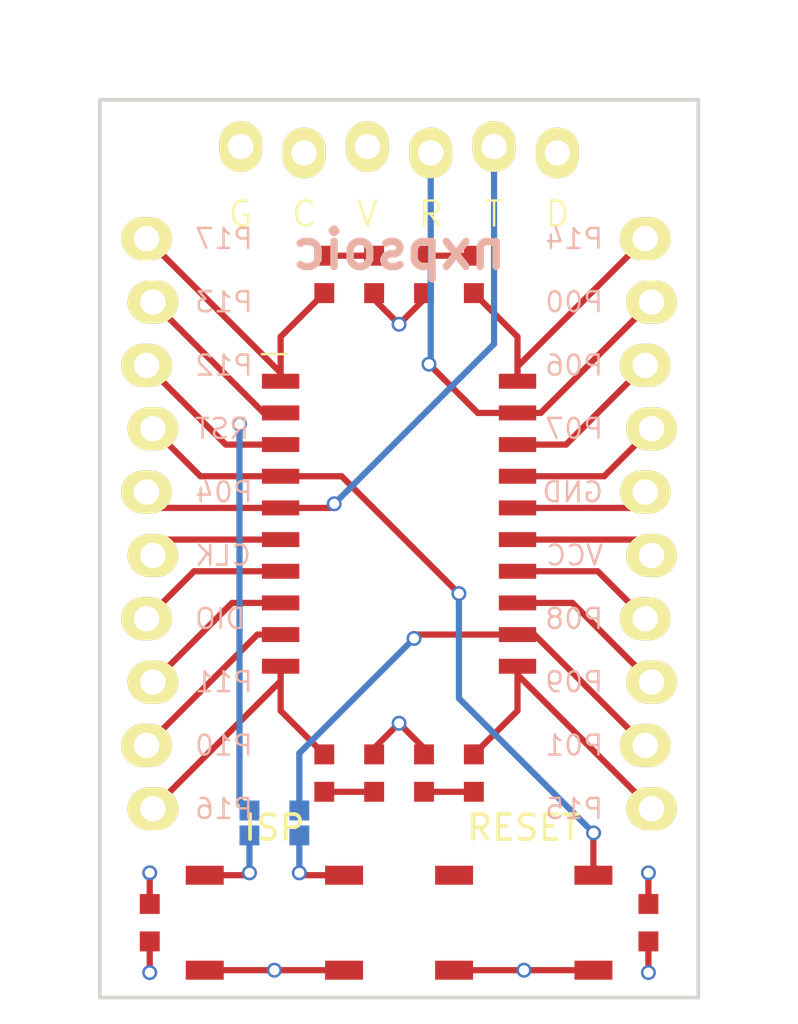
<source format=kicad_pcb>
(kicad_pcb (version 4) (host pcbnew 4.0.7-e2-6376~61~ubuntu18.04.1)

  (general
    (links 49)
    (no_connects 0)
    (area 125.794999 52.794999 158.205001 94.885)
    (thickness 1.6)
    (drawings 31)
    (tracks 114)
    (zones 0)
    (modules 18)
    (nets 27)
  )

  (page A4)
  (layers
    (0 F.Cu signal)
    (1 GND power hide)
    (2 VCC power hide)
    (31 B.Cu signal)
    (32 B.Adhes user)
    (33 F.Adhes user)
    (34 B.Paste user)
    (35 F.Paste user)
    (36 B.SilkS user)
    (37 F.SilkS user)
    (38 B.Mask user)
    (39 F.Mask user)
    (40 Dwgs.User user)
    (41 Cmts.User user)
    (42 Eco1.User user)
    (43 Eco2.User user)
    (44 Edge.Cuts user)
    (45 Margin user)
    (46 B.CrtYd user)
    (47 F.CrtYd user)
    (48 B.Fab user)
    (49 F.Fab user)
  )

  (setup
    (last_trace_width 0.25)
    (trace_clearance 0.2)
    (zone_clearance 0.508)
    (zone_45_only no)
    (trace_min 0.2)
    (segment_width 0.2)
    (edge_width 0.15)
    (via_size 0.6)
    (via_drill 0.4)
    (via_min_size 0.4)
    (via_min_drill 0.3)
    (uvia_size 0.3)
    (uvia_drill 0.1)
    (uvias_allowed no)
    (uvia_min_size 0.2)
    (uvia_min_drill 0.1)
    (pcb_text_width 0.3)
    (pcb_text_size 1.5 1.5)
    (mod_edge_width 0.15)
    (mod_text_size 1 1)
    (mod_text_width 0.15)
    (pad_size 2.032 1.7272)
    (pad_drill 1.016)
    (pad_to_mask_clearance 0.2)
    (aux_axis_origin 0 0)
    (visible_elements FFFFFF7F)
    (pcbplotparams
      (layerselection 0x00030_80000001)
      (usegerberextensions false)
      (excludeedgelayer true)
      (linewidth 0.150000)
      (plotframeref false)
      (viasonmask false)
      (mode 1)
      (useauxorigin false)
      (hpglpennumber 1)
      (hpglpenspeed 20)
      (hpglpendiameter 15)
      (hpglpenoverlay 2)
      (psnegative false)
      (psa4output false)
      (plotreference true)
      (plotvalue true)
      (plotinvisibletext false)
      (padsonsilk false)
      (subtractmaskfromsilk false)
      (outputformat 1)
      (mirror false)
      (drillshape 1)
      (scaleselection 1)
      (outputdirectory ""))
  )

  (net 0 "")
  (net 1 gnd)
  (net 2 vcc)
  (net 3 rx)
  (net 4 tx)
  (net 5 p01)
  (net 6 p06)
  (net 7 p07)
  (net 8 p08)
  (net 9 p09)
  (net 10 p10)
  (net 11 p11)
  (net 12 p12)
  (net 13 p13)
  (net 14 p14)
  (net 15 p15)
  (net 16 p16)
  (net 17 p17)
  (net 18 rst)
  (net 19 clk)
  (net 20 dio)
  (net 21 p16x)
  (net 22 p15x)
  (net 23 p17x)
  (net 24 p14x)
  (net 25 p12x)
  (net 26 p01x)

  (net_class Default "This is the default net class."
    (clearance 0.2)
    (trace_width 0.25)
    (via_dia 0.6)
    (via_drill 0.4)
    (uvia_dia 0.3)
    (uvia_drill 0.1)
    (add_net clk)
    (add_net dio)
    (add_net gnd)
    (add_net p01)
    (add_net p01x)
    (add_net p06)
    (add_net p07)
    (add_net p08)
    (add_net p09)
    (add_net p10)
    (add_net p11)
    (add_net p12)
    (add_net p12x)
    (add_net p13)
    (add_net p14)
    (add_net p14x)
    (add_net p15)
    (add_net p15x)
    (add_net p16)
    (add_net p16x)
    (add_net p17)
    (add_net p17x)
    (add_net rst)
    (add_net rx)
    (add_net tx)
    (add_net vcc)
  )

  (module my_modules:nxp-soic20 (layer F.Cu) (tedit 5F1E5D8C) (tstamp 5F1E73C9)
    (at 142 74)
    (descr soic20)
    (tags soic20)
    (attr smd)
    (fp_text reference soic20 (at 0 0 90) (layer F.Fab)
      (effects (font (size 0.8 0.8) (thickness 0.1)))
    )
    (fp_text value "" (at 0 0) (layer F.Fab)
      (effects (font (size 0.5 0.5) (thickness 0.01)))
    )
    (fp_line (start -5.5 -6.8) (end -4.5 -6.8) (layer F.SilkS) (width 0.1))
    (fp_line (start -5.7 -6.7) (end -5.7 6.7) (layer F.CrtYd) (width 0.05))
    (fp_line (start 5.7 -6.7) (end 5.7 6.7) (layer F.CrtYd) (width 0.05))
    (fp_line (start -5.7 -6.7) (end 5.7 -6.7) (layer F.CrtYd) (width 0.05))
    (fp_line (start -5.7 6.7) (end 5.7 6.7) (layer F.CrtYd) (width 0.05))
    (fp_line (start -5.7 0) (end 5.7 0) (layer F.CrtYd) (width 0.01))
    (fp_line (start 0 -6.7) (end 0 6.7) (layer F.CrtYd) (width 0.01))
    (pad P17 smd rect (at -4.75 -5.715) (size 1.5 0.6) (layers F.Cu F.Paste F.Mask)
      (net 17 p17))
    (pad P13 smd rect (at -4.75 -4.445) (size 1.5 0.6) (layers F.Cu F.Paste F.Mask)
      (net 13 p13))
    (pad P12 smd rect (at -4.75 -3.175) (size 1.5 0.6) (layers F.Cu F.Paste F.Mask)
      (net 12 p12))
    (pad RST smd rect (at -4.75 -1.905) (size 1.5 0.6) (layers F.Cu F.Paste F.Mask)
      (net 18 rst))
    (pad P04 smd rect (at -4.75 -0.635) (size 1.5 0.6) (layers F.Cu F.Paste F.Mask)
      (net 4 tx))
    (pad CLK smd rect (at -4.75 0.635) (size 1.5 0.6) (layers F.Cu F.Paste F.Mask)
      (net 19 clk))
    (pad DIO smd rect (at -4.75 1.905) (size 1.5 0.6) (layers F.Cu F.Paste F.Mask)
      (net 20 dio))
    (pad P11 smd rect (at -4.75 3.175) (size 1.5 0.6) (layers F.Cu F.Paste F.Mask)
      (net 11 p11))
    (pad P10 smd rect (at -4.75 4.445) (size 1.5 0.6) (layers F.Cu F.Paste F.Mask)
      (net 10 p10))
    (pad P16 smd rect (at -4.75 5.715) (size 1.5 0.6) (layers F.Cu F.Paste F.Mask)
      (net 16 p16))
    (pad P14 smd rect (at 4.75 -5.715) (size 1.5 0.6) (layers F.Cu F.Paste F.Mask)
      (net 14 p14))
    (pad P00 smd rect (at 4.75 -4.445) (size 1.5 0.6) (layers F.Cu F.Paste F.Mask)
      (net 3 rx))
    (pad P06 smd rect (at 4.75 -3.175) (size 1.5 0.6) (layers F.Cu F.Paste F.Mask)
      (net 6 p06))
    (pad P07 smd rect (at 4.75 -1.905) (size 1.5 0.6) (layers F.Cu F.Paste F.Mask)
      (net 7 p07))
    (pad GND smd rect (at 4.75 -0.635) (size 1.5 0.6) (layers F.Cu F.Paste F.Mask)
      (net 1 gnd))
    (pad VCC smd rect (at 4.75 0.635) (size 1.5 0.6) (layers F.Cu F.Paste F.Mask)
      (net 2 vcc))
    (pad P08 smd rect (at 4.75 1.905) (size 1.5 0.6) (layers F.Cu F.Paste F.Mask)
      (net 8 p08))
    (pad P09 smd rect (at 4.75 3.175) (size 1.5 0.6) (layers F.Cu F.Paste F.Mask)
      (net 9 p09))
    (pad P01 smd rect (at 4.75 4.445) (size 1.5 0.6) (layers F.Cu F.Paste F.Mask)
      (net 5 p01))
    (pad P15 smd rect (at 4.75 5.715) (size 1.5 0.6) (layers F.Cu F.Paste F.Mask)
      (net 15 p15))
  )

  (module my_modules:header1x6wiggle (layer F.Cu) (tedit 5F1E6827) (tstamp 5F1E7E1E)
    (at 142 59 90)
    (descr "Through hole pin header")
    (tags "pin header")
    (fp_text reference "" (at 0 -2.4 90) (layer F.SilkS)
      (effects (font (size 0.5 0.5) (thickness 0.01)))
    )
    (fp_text value "" (at 0 -3.1 90) (layer F.Fab)
      (effects (font (size 0.5 0.5) (thickness 0.01)))
    )
    (fp_line (start -1.75 -8.1) (end -1.75 8.1) (layer F.CrtYd) (width 0.05))
    (fp_line (start 1.75 -8.1) (end 1.75 8.1) (layer F.CrtYd) (width 0.05))
    (fp_line (start -1.75 -8.1) (end 1.75 -8.1) (layer F.CrtYd) (width 0.05))
    (fp_line (start -1.75 8.1) (end 1.75 8.1) (layer F.CrtYd) (width 0.05))
    (fp_line (start -6 -6.35) (end 6 -6.35) (layer F.CrtYd) (width 0.01))
    (fp_line (start -6 0) (end 6 0) (layer F.CrtYd) (width 0.01))
    (fp_line (start -6 6.35) (end 6 6.35) (layer F.CrtYd) (width 0.01))
    (pad GND thru_hole oval (at 0.127 -6.35 90) (size 2.032 1.7272) (drill 1.016) (layers *.Cu *.Mask F.SilkS)
      (net 1 gnd))
    (pad CTS thru_hole oval (at -0.127 -3.81 90) (size 2.032 1.7272) (drill 1.016) (layers *.Cu *.Mask F.SilkS))
    (pad VCC thru_hole oval (at 0.127 -1.27 90) (size 2.032 1.7272) (drill 1.016) (layers *.Cu *.Mask F.SilkS)
      (net 2 vcc))
    (pad TX thru_hole oval (at -0.127 1.27 90) (size 2.032 1.7272) (drill 1.016) (layers *.Cu *.Mask F.SilkS)
      (net 3 rx))
    (pad RX thru_hole oval (at 0.127 3.81 90) (size 2.032 1.7272) (drill 1.016) (layers *.Cu *.Mask F.SilkS)
      (net 4 tx))
    (pad DTR thru_hole oval (at -0.127 6.35 90) (size 2.032 1.7272) (drill 1.016) (layers *.Cu *.Mask F.SilkS))
  )

  (module my_modules:header1x10wiggle (layer F.Cu) (tedit 5F1E5DB7) (tstamp 5F1E8870)
    (at 152 74)
    (descr "Through hole pin header")
    (tags "pin header")
    (fp_text reference "" (at 0 -2.4) (layer F.SilkS)
      (effects (font (size 0.5 0.5) (thickness 0.01)))
    )
    (fp_text value "" (at 0 -3.1) (layer F.Fab)
      (effects (font (size 0.5 0.5) (thickness 0.01)))
    )
    (fp_line (start -1.75 -13.18) (end -1.75 13.18) (layer F.CrtYd) (width 0.05))
    (fp_line (start 1.75 -13.18) (end 1.75 13.18) (layer F.CrtYd) (width 0.05))
    (fp_line (start -1.75 -13.18) (end 1.75 -13.18) (layer F.CrtYd) (width 0.05))
    (fp_line (start -1.75 13.18) (end 1.75 13.18) (layer F.CrtYd) (width 0.05))
    (fp_line (start -6 -11.43) (end 6 -11.43) (layer F.CrtYd) (width 0.01))
    (fp_line (start -6 0) (end 6 0) (layer F.CrtYd) (width 0.01))
    (fp_line (start -6 11.43) (end 6 11.43) (layer F.CrtYd) (width 0.01))
    (pad P14 thru_hole oval (at -0.127 -11.43) (size 2.032 1.7272) (drill 1.016) (layers *.Cu *.Mask F.SilkS)
      (net 14 p14))
    (pad P00 thru_hole oval (at 0.127 -8.89) (size 2.032 1.7272) (drill 1.016) (layers *.Cu *.Mask F.SilkS)
      (net 3 rx))
    (pad P06 thru_hole oval (at -0.127 -6.35) (size 2.032 1.7272) (drill 1.016) (layers *.Cu *.Mask F.SilkS)
      (net 6 p06))
    (pad P07 thru_hole oval (at 0.127 -3.81) (size 2.032 1.7272) (drill 1.016) (layers *.Cu *.Mask F.SilkS)
      (net 7 p07))
    (pad GND thru_hole oval (at -0.127 -1.27) (size 2.032 1.7272) (drill 1.016) (layers *.Cu *.Mask F.SilkS)
      (net 1 gnd))
    (pad VCC thru_hole oval (at 0.127 1.27) (size 2.032 1.7272) (drill 1.016) (layers *.Cu *.Mask F.SilkS)
      (net 2 vcc))
    (pad P08 thru_hole oval (at -0.127 3.81) (size 2.032 1.7272) (drill 1.016) (layers *.Cu *.Mask F.SilkS)
      (net 8 p08))
    (pad P09 thru_hole oval (at 0.127 6.35) (size 2.032 1.7272) (drill 1.016) (layers *.Cu *.Mask F.SilkS)
      (net 9 p09))
    (pad P01 thru_hole oval (at -0.127 8.89) (size 2.032 1.7272) (drill 1.016) (layers *.Cu *.Mask F.SilkS)
      (net 5 p01))
    (pad P15 thru_hole oval (at 0.127 11.43) (size 2.032 1.7272) (drill 1.016) (layers *.Cu *.Mask F.SilkS)
      (net 15 p15))
  )

  (module my_modules:header1x10wiggle (layer F.Cu) (tedit 5F1E5DF4) (tstamp 5F1E8899)
    (at 132 74)
    (descr "Through hole pin header")
    (tags "pin header")
    (fp_text reference "" (at 0 -2.4) (layer F.SilkS)
      (effects (font (size 0.5 0.5) (thickness 0.01)))
    )
    (fp_text value "" (at 0 -3.1) (layer F.Fab)
      (effects (font (size 0.5 0.5) (thickness 0.01)))
    )
    (fp_line (start -1.75 -13.18) (end -1.75 13.18) (layer F.CrtYd) (width 0.05))
    (fp_line (start 1.75 -13.18) (end 1.75 13.18) (layer F.CrtYd) (width 0.05))
    (fp_line (start -1.75 -13.18) (end 1.75 -13.18) (layer F.CrtYd) (width 0.05))
    (fp_line (start -1.75 13.18) (end 1.75 13.18) (layer F.CrtYd) (width 0.05))
    (fp_line (start -6 -11.43) (end 6 -11.43) (layer F.CrtYd) (width 0.01))
    (fp_line (start -6 0) (end 6 0) (layer F.CrtYd) (width 0.01))
    (fp_line (start -6 11.43) (end 6 11.43) (layer F.CrtYd) (width 0.01))
    (pad P17 thru_hole oval (at -0.127 -11.43) (size 2.032 1.7272) (drill 1.016) (layers *.Cu *.Mask F.SilkS)
      (net 17 p17))
    (pad P13 thru_hole oval (at 0.127 -8.89) (size 2.032 1.7272) (drill 1.016) (layers *.Cu *.Mask F.SilkS)
      (net 13 p13))
    (pad P12 thru_hole oval (at -0.127 -6.35) (size 2.032 1.7272) (drill 1.016) (layers *.Cu *.Mask F.SilkS)
      (net 12 p12))
    (pad RST thru_hole oval (at 0.127 -3.81) (size 2.032 1.7272) (drill 1.016) (layers *.Cu *.Mask F.SilkS)
      (net 18 rst))
    (pad P04 thru_hole oval (at -0.127 -1.27) (size 2.032 1.7272) (drill 1.016) (layers *.Cu *.Mask F.SilkS)
      (net 4 tx))
    (pad CLK thru_hole oval (at 0.127 1.27) (size 2.032 1.7272) (drill 1.016) (layers *.Cu *.Mask F.SilkS)
      (net 19 clk))
    (pad DIO thru_hole oval (at -0.127 3.81) (size 2.032 1.7272) (drill 1.016) (layers *.Cu *.Mask F.SilkS)
      (net 20 dio))
    (pad P11 thru_hole oval (at 0.127 6.35) (size 2.032 1.7272) (drill 1.016) (layers *.Cu *.Mask F.SilkS)
      (net 11 p11))
    (pad P10 thru_hole oval (at -0.127 8.89) (size 2.032 1.7272) (drill 1.016) (layers *.Cu *.Mask F.SilkS)
      (net 10 p10))
    (pad P16 thru_hole oval (at 0.127 11.43) (size 2.032 1.7272) (drill 1.016) (layers *.Cu *.Mask F.SilkS)
      (net 16 p16))
  )

  (module my_modules:BUTTON4_SMD (layer F.Cu) (tedit 5F1E63CC) (tstamp 5F1E92E0)
    (at 147 90)
    (descr button4_smd)
    (tags "SPST button tactile switch")
    (fp_text reference RESET (at 0 -3.81) (layer F.SilkS)
      (effects (font (size 1 1) (thickness 0.15)))
    )
    (fp_text value "" (at 0 3.81) (layer F.Fab)
      (effects (font (size 1 1) (thickness 0.15)))
    )
    (fp_line (start -1.54 -2.54) (end -2.54 -1.54) (layer F.Fab) (width 0.2032))
    (fp_line (start -2.54 -1.24) (end -2.54 1.27) (layer F.Fab) (width 0.2032))
    (fp_line (start -2.54 1.54) (end -1.54 2.54) (layer F.Fab) (width 0.2032))
    (fp_line (start -1.54 2.54) (end 1.54 2.54) (layer F.Fab) (width 0.2032))
    (fp_line (start 1.54 2.54) (end 2.54 1.54) (layer F.Fab) (width 0.2032))
    (fp_line (start 2.54 1.24) (end 2.54 -1.24) (layer F.Fab) (width 0.2032))
    (fp_line (start 2.54 -1.54) (end 1.54 -2.54) (layer F.Fab) (width 0.2032))
    (fp_line (start 1.54 -2.54) (end -1.54 -2.54) (layer F.Fab) (width 0.2032))
    (fp_line (start 1.905 1.27) (end 1.905 0.445) (layer F.Fab) (width 0.127))
    (fp_line (start 1.905 0.445) (end 2.16 -0.01) (layer F.Fab) (width 0.127))
    (fp_line (start 1.905 -0.23) (end 1.905 -1.115) (layer F.Fab) (width 0.127))
    (fp_circle (center 0 0) (end 0 1.27) (layer F.Fab) (width 0.2032))
    (pad 1 smd rect (at -2.794 1.905) (size 1.524 0.762) (layers F.Cu F.Paste F.Mask)
      (net 1 gnd))
    (pad 2 smd rect (at 2.794 1.905) (size 1.524 0.762) (layers F.Cu F.Paste F.Mask)
      (net 1 gnd))
    (pad 3 smd rect (at -2.794 -1.905) (size 1.524 0.762) (layers F.Cu F.Paste F.Mask))
    (pad 4 smd rect (at 2.794 -1.905) (size 1.524 0.762) (layers F.Cu F.Paste F.Mask)
      (net 18 rst))
  )

  (module my_modules:BUTTON4_SMD (layer F.Cu) (tedit 5F1E63C3) (tstamp 5F1E9307)
    (at 137 90)
    (descr button4_smd)
    (tags "SPST button tactile switch")
    (fp_text reference ISP (at 0 -3.81) (layer F.SilkS)
      (effects (font (size 1 1) (thickness 0.15)))
    )
    (fp_text value "" (at 0 3.81) (layer F.Fab)
      (effects (font (size 1 1) (thickness 0.15)))
    )
    (fp_line (start -1.54 -2.54) (end -2.54 -1.54) (layer F.Fab) (width 0.2032))
    (fp_line (start -2.54 -1.24) (end -2.54 1.27) (layer F.Fab) (width 0.2032))
    (fp_line (start -2.54 1.54) (end -1.54 2.54) (layer F.Fab) (width 0.2032))
    (fp_line (start -1.54 2.54) (end 1.54 2.54) (layer F.Fab) (width 0.2032))
    (fp_line (start 1.54 2.54) (end 2.54 1.54) (layer F.Fab) (width 0.2032))
    (fp_line (start 2.54 1.24) (end 2.54 -1.24) (layer F.Fab) (width 0.2032))
    (fp_line (start 2.54 -1.54) (end 1.54 -2.54) (layer F.Fab) (width 0.2032))
    (fp_line (start 1.54 -2.54) (end -1.54 -2.54) (layer F.Fab) (width 0.2032))
    (fp_line (start 1.905 1.27) (end 1.905 0.445) (layer F.Fab) (width 0.127))
    (fp_line (start 1.905 0.445) (end 2.16 -0.01) (layer F.Fab) (width 0.127))
    (fp_line (start 1.905 -0.23) (end 1.905 -1.115) (layer F.Fab) (width 0.127))
    (fp_circle (center 0 0) (end 0 1.27) (layer F.Fab) (width 0.2032))
    (pad 1 smd rect (at -2.794 1.905) (size 1.524 0.762) (layers F.Cu F.Paste F.Mask)
      (net 1 gnd))
    (pad 2 smd rect (at 2.794 1.905) (size 1.524 0.762) (layers F.Cu F.Paste F.Mask)
      (net 1 gnd))
    (pad 3 smd rect (at -2.794 -1.905) (size 1.524 0.762) (layers F.Cu F.Paste F.Mask)
      (net 25 p12x))
    (pad 4 smd rect (at 2.794 -1.905) (size 1.524 0.762) (layers F.Cu F.Paste F.Mask)
      (net 26 p01x))
  )

  (module my_modules:R_0603 (layer F.Cu) (tedit 5F1E628F) (tstamp 5F1E6B79)
    (at 143 84 90)
    (descr R0603)
    (tags "resistor 0603")
    (attr smd)
    (fp_text reference R (at 0 0 90) (layer F.Fab)
      (effects (font (size 0.5 0.5) (thickness 0.1)))
    )
    (fp_text value "" (at 0 0 90) (layer F.Fab)
      (effects (font (size 0.5 0.5) (thickness 0.01)))
    )
    (fp_line (start -1.2 -0.45) (end 1.2 -0.45) (layer F.CrtYd) (width 0.01))
    (fp_line (start -1.2 0.45) (end 1.2 0.45) (layer F.CrtYd) (width 0.01))
    (fp_line (start -1.2 -0.45) (end -1.2 0.45) (layer F.CrtYd) (width 0.01))
    (fp_line (start 1.2 -0.45) (end 1.2 0.45) (layer F.CrtYd) (width 0.01))
    (pad 1 smd rect (at -0.75 0 90) (size 0.8 0.8) (layers F.Cu F.Paste F.Mask)
      (net 22 p15x))
    (pad 2 smd rect (at 0.75 0 90) (size 0.8 0.8) (layers F.Cu F.Paste F.Mask)
      (net 1 gnd))
  )

  (module my_modules:R_0603 (layer F.Cu) (tedit 5F1E628B) (tstamp 5F1E6B8C)
    (at 145 84 90)
    (descr R0603)
    (tags "resistor 0603")
    (attr smd)
    (fp_text reference R (at 0 0 90) (layer F.Fab)
      (effects (font (size 0.5 0.5) (thickness 0.1)))
    )
    (fp_text value "" (at 0 0 90) (layer F.Fab)
      (effects (font (size 0.5 0.5) (thickness 0.01)))
    )
    (fp_line (start -1.2 -0.45) (end 1.2 -0.45) (layer F.CrtYd) (width 0.01))
    (fp_line (start -1.2 0.45) (end 1.2 0.45) (layer F.CrtYd) (width 0.01))
    (fp_line (start -1.2 -0.45) (end -1.2 0.45) (layer F.CrtYd) (width 0.01))
    (fp_line (start 1.2 -0.45) (end 1.2 0.45) (layer F.CrtYd) (width 0.01))
    (pad 1 smd rect (at -0.75 0 90) (size 0.8 0.8) (layers F.Cu F.Paste F.Mask)
      (net 22 p15x))
    (pad 2 smd rect (at 0.75 0 90) (size 0.8 0.8) (layers F.Cu F.Paste F.Mask)
      (net 15 p15))
  )

  (module my_modules:R_0603 (layer F.Cu) (tedit 5F1E629A) (tstamp 5F1E6B9F)
    (at 141 84 90)
    (descr R0603)
    (tags "resistor 0603")
    (attr smd)
    (fp_text reference R (at 0 0 90) (layer F.Fab)
      (effects (font (size 0.5 0.5) (thickness 0.1)))
    )
    (fp_text value "" (at 0 0 90) (layer F.Fab)
      (effects (font (size 0.5 0.5) (thickness 0.01)))
    )
    (fp_line (start -1.2 -0.45) (end 1.2 -0.45) (layer F.CrtYd) (width 0.01))
    (fp_line (start -1.2 0.45) (end 1.2 0.45) (layer F.CrtYd) (width 0.01))
    (fp_line (start -1.2 -0.45) (end -1.2 0.45) (layer F.CrtYd) (width 0.01))
    (fp_line (start 1.2 -0.45) (end 1.2 0.45) (layer F.CrtYd) (width 0.01))
    (pad 1 smd rect (at -0.75 0 90) (size 0.8 0.8) (layers F.Cu F.Paste F.Mask)
      (net 21 p16x))
    (pad 2 smd rect (at 0.75 0 90) (size 0.8 0.8) (layers F.Cu F.Paste F.Mask)
      (net 1 gnd))
  )

  (module my_modules:R_0603 (layer F.Cu) (tedit 5F1E6294) (tstamp 5F1E6BB2)
    (at 139 84 270)
    (descr R0603)
    (tags "resistor 0603")
    (attr smd)
    (fp_text reference R (at 0 0 270) (layer F.Fab)
      (effects (font (size 0.5 0.5) (thickness 0.1)))
    )
    (fp_text value "" (at 0 0 270) (layer F.Fab)
      (effects (font (size 0.5 0.5) (thickness 0.01)))
    )
    (fp_line (start -1.2 -0.45) (end 1.2 -0.45) (layer F.CrtYd) (width 0.01))
    (fp_line (start -1.2 0.45) (end 1.2 0.45) (layer F.CrtYd) (width 0.01))
    (fp_line (start -1.2 -0.45) (end -1.2 0.45) (layer F.CrtYd) (width 0.01))
    (fp_line (start 1.2 -0.45) (end 1.2 0.45) (layer F.CrtYd) (width 0.01))
    (pad 1 smd rect (at -0.75 0 270) (size 0.8 0.8) (layers F.Cu F.Paste F.Mask)
      (net 16 p16))
    (pad 2 smd rect (at 0.75 0 270) (size 0.8 0.8) (layers F.Cu F.Paste F.Mask)
      (net 21 p16x))
  )

  (module my_modules:R_0603 (layer F.Cu) (tedit 5F1E6283) (tstamp 5F1E6C7B)
    (at 143 64 90)
    (descr R0603)
    (tags "resistor 0603")
    (attr smd)
    (fp_text reference R (at 0 0 90) (layer F.Fab)
      (effects (font (size 0.5 0.5) (thickness 0.1)))
    )
    (fp_text value "" (at 0 0 90) (layer F.Fab)
      (effects (font (size 0.5 0.5) (thickness 0.01)))
    )
    (fp_line (start -1.2 -0.45) (end 1.2 -0.45) (layer F.CrtYd) (width 0.01))
    (fp_line (start -1.2 0.45) (end 1.2 0.45) (layer F.CrtYd) (width 0.01))
    (fp_line (start -1.2 -0.45) (end -1.2 0.45) (layer F.CrtYd) (width 0.01))
    (fp_line (start 1.2 -0.45) (end 1.2 0.45) (layer F.CrtYd) (width 0.01))
    (pad 1 smd rect (at -0.75 0 90) (size 0.8 0.8) (layers F.Cu F.Paste F.Mask)
      (net 1 gnd))
    (pad 2 smd rect (at 0.75 0 90) (size 0.8 0.8) (layers F.Cu F.Paste F.Mask)
      (net 24 p14x))
  )

  (module my_modules:R_0603 (layer F.Cu) (tedit 5F1E6276) (tstamp 5F1E6C8E)
    (at 141 64 90)
    (descr R0603)
    (tags "resistor 0603")
    (attr smd)
    (fp_text reference R (at 0 0 90) (layer F.Fab)
      (effects (font (size 0.5 0.5) (thickness 0.1)))
    )
    (fp_text value "" (at 0 0 90) (layer F.Fab)
      (effects (font (size 0.5 0.5) (thickness 0.01)))
    )
    (fp_line (start -1.2 -0.45) (end 1.2 -0.45) (layer F.CrtYd) (width 0.01))
    (fp_line (start -1.2 0.45) (end 1.2 0.45) (layer F.CrtYd) (width 0.01))
    (fp_line (start -1.2 -0.45) (end -1.2 0.45) (layer F.CrtYd) (width 0.01))
    (fp_line (start 1.2 -0.45) (end 1.2 0.45) (layer F.CrtYd) (width 0.01))
    (pad 1 smd rect (at -0.75 0 90) (size 0.8 0.8) (layers F.Cu F.Paste F.Mask)
      (net 1 gnd))
    (pad 2 smd rect (at 0.75 0 90) (size 0.8 0.8) (layers F.Cu F.Paste F.Mask)
      (net 23 p17x))
  )

  (module my_modules:R_0603 (layer F.Cu) (tedit 5F1E627E) (tstamp 5F1E6CA1)
    (at 145 64 90)
    (descr R0603)
    (tags "resistor 0603")
    (attr smd)
    (fp_text reference R (at 0 0 90) (layer F.Fab)
      (effects (font (size 0.5 0.5) (thickness 0.1)))
    )
    (fp_text value "" (at 0 0 90) (layer F.Fab)
      (effects (font (size 0.5 0.5) (thickness 0.01)))
    )
    (fp_line (start -1.2 -0.45) (end 1.2 -0.45) (layer F.CrtYd) (width 0.01))
    (fp_line (start -1.2 0.45) (end 1.2 0.45) (layer F.CrtYd) (width 0.01))
    (fp_line (start -1.2 -0.45) (end -1.2 0.45) (layer F.CrtYd) (width 0.01))
    (fp_line (start 1.2 -0.45) (end 1.2 0.45) (layer F.CrtYd) (width 0.01))
    (pad 1 smd rect (at -0.75 0 90) (size 0.8 0.8) (layers F.Cu F.Paste F.Mask)
      (net 14 p14))
    (pad 2 smd rect (at 0.75 0 90) (size 0.8 0.8) (layers F.Cu F.Paste F.Mask)
      (net 24 p14x))
  )

  (module my_modules:R_0603 (layer F.Cu) (tedit 5F1E6270) (tstamp 5F1E6CBE)
    (at 139 64 90)
    (descr R0603)
    (tags "resistor 0603")
    (attr smd)
    (fp_text reference R (at 0 0 90) (layer F.Fab)
      (effects (font (size 0.5 0.5) (thickness 0.1)))
    )
    (fp_text value "" (at 0 0 90) (layer F.Fab)
      (effects (font (size 0.5 0.5) (thickness 0.01)))
    )
    (fp_line (start -1.2 -0.45) (end 1.2 -0.45) (layer F.CrtYd) (width 0.01))
    (fp_line (start -1.2 0.45) (end 1.2 0.45) (layer F.CrtYd) (width 0.01))
    (fp_line (start -1.2 -0.45) (end -1.2 0.45) (layer F.CrtYd) (width 0.01))
    (fp_line (start 1.2 -0.45) (end 1.2 0.45) (layer F.CrtYd) (width 0.01))
    (pad 1 smd rect (at -0.75 0 90) (size 0.8 0.8) (layers F.Cu F.Paste F.Mask)
      (net 17 p17))
    (pad 2 smd rect (at 0.75 0 90) (size 0.8 0.8) (layers F.Cu F.Paste F.Mask)
      (net 23 p17x))
  )

  (module my_modules:SBRIDGE (layer B.Cu) (tedit 5F1E62AA) (tstamp 5F1E7712)
    (at 136 86 90)
    (descr SBRIDGE)
    (tags "resistor capacitor led 0603")
    (attr smd)
    (fp_text reference "" (at 0 0 90) (layer B.SilkS)
      (effects (font (size 0.5 0.5) (thickness 0.1)) (justify mirror))
    )
    (fp_text value "" (at 0 0 90) (layer B.Fab)
      (effects (font (size 0.5 0.5) (thickness 0.01)) (justify mirror))
    )
    (pad 1 smd rect (at -0.5 0 90) (size 0.8 0.8) (layers B.Cu B.Paste B.Mask)
      (net 25 p12x))
    (pad 2 smd rect (at 0.5 0 90) (size 0.8 0.8) (layers B.Cu B.Paste B.Mask)
      (net 12 p12))
  )

  (module my_modules:SBRIDGE (layer B.Cu) (tedit 5F1E62A1) (tstamp 5F1E771D)
    (at 138 86 90)
    (descr SBRIDGE)
    (tags "resistor capacitor led 0603")
    (attr smd)
    (fp_text reference "" (at 0 0 90) (layer B.SilkS)
      (effects (font (size 0.5 0.5) (thickness 0.1)) (justify mirror))
    )
    (fp_text value "" (at 0 0 90) (layer B.Fab)
      (effects (font (size 0.5 0.5) (thickness 0.01)) (justify mirror))
    )
    (pad 1 smd rect (at -0.5 0 90) (size 0.8 0.8) (layers B.Cu B.Paste B.Mask)
      (net 26 p01x))
    (pad 2 smd rect (at 0.5 0 90) (size 0.8 0.8) (layers B.Cu B.Paste B.Mask)
      (net 5 p01))
  )

  (module my_modules:C_0603 (layer F.Cu) (tedit 5F1E65BC) (tstamp 5F1E8315)
    (at 152 90 90)
    (descr C_0603)
    (tags "capacitor 0603")
    (attr smd)
    (fp_text reference C (at 0 0 90) (layer F.Fab)
      (effects (font (size 0.5 0.5) (thickness 0.1)))
    )
    (fp_text value "" (at 0 0 90) (layer F.Fab)
      (effects (font (size 0.5 0.5) (thickness 0.01)))
    )
    (fp_line (start -1.2 -0.45) (end 1.2 -0.45) (layer F.CrtYd) (width 0.01))
    (fp_line (start -1.2 0.45) (end 1.2 0.45) (layer F.CrtYd) (width 0.01))
    (fp_line (start -1.2 -0.45) (end -1.2 0.45) (layer F.CrtYd) (width 0.01))
    (fp_line (start 1.2 -0.45) (end 1.2 0.45) (layer F.CrtYd) (width 0.01))
    (pad 1 smd rect (at -0.75 0 90) (size 0.8 0.8) (layers F.Cu F.Paste F.Mask)
      (net 1 gnd))
    (pad 2 smd rect (at 0.75 0 90) (size 0.8 0.8) (layers F.Cu F.Paste F.Mask)
      (net 2 vcc))
  )

  (module my_modules:C_0603 (layer F.Cu) (tedit 5F1E65C7) (tstamp 5F1E8328)
    (at 132 90 90)
    (descr C_0603)
    (tags "capacitor 0603")
    (attr smd)
    (fp_text reference C (at 0 0 90) (layer F.Fab)
      (effects (font (size 0.5 0.5) (thickness 0.1)))
    )
    (fp_text value "" (at 0 0 90) (layer F.Fab)
      (effects (font (size 0.5 0.5) (thickness 0.01)))
    )
    (fp_line (start -1.2 -0.45) (end 1.2 -0.45) (layer F.CrtYd) (width 0.01))
    (fp_line (start -1.2 0.45) (end 1.2 0.45) (layer F.CrtYd) (width 0.01))
    (fp_line (start -1.2 -0.45) (end -1.2 0.45) (layer F.CrtYd) (width 0.01))
    (fp_line (start 1.2 -0.45) (end 1.2 0.45) (layer F.CrtYd) (width 0.01))
    (pad 1 smd rect (at -0.75 0 90) (size 0.8 0.8) (layers F.Cu F.Paste F.Mask)
      (net 1 gnd))
    (pad 2 smd rect (at 0.75 0 90) (size 0.8 0.8) (layers F.Cu F.Paste F.Mask)
      (net 2 vcc))
  )

  (gr_text P17 (at 133.75 62.57) (layer B.SilkS)
    (effects (font (size 0.8 0.8) (thickness 0.1)) (justify right mirror))
  )
  (gr_text P13 (at 133.75 65.11) (layer B.SilkS)
    (effects (font (size 0.8 0.8) (thickness 0.1)) (justify right mirror))
  )
  (gr_text P12 (at 133.75 67.65) (layer B.SilkS)
    (effects (font (size 0.8 0.8) (thickness 0.1)) (justify right mirror))
  )
  (gr_text RST (at 133.75 70.19) (layer B.SilkS)
    (effects (font (size 0.8 0.8) (thickness 0.1)) (justify right mirror))
  )
  (gr_text P04 (at 133.75 72.73) (layer B.SilkS)
    (effects (font (size 0.8 0.8) (thickness 0.1)) (justify right mirror))
  )
  (gr_text CLK (at 133.75 75.27) (layer B.SilkS)
    (effects (font (size 0.8 0.8) (thickness 0.1)) (justify right mirror))
  )
  (gr_text DIO (at 133.75 77.81) (layer B.SilkS)
    (effects (font (size 0.8 0.8) (thickness 0.1)) (justify right mirror))
  )
  (gr_text P11 (at 133.75 80.35) (layer B.SilkS)
    (effects (font (size 0.8 0.8) (thickness 0.1)) (justify right mirror))
  )
  (gr_text P10 (at 133.75 82.89) (layer B.SilkS)
    (effects (font (size 0.8 0.8) (thickness 0.1)) (justify right mirror))
  )
  (gr_text P16 (at 133.75 85.43) (layer B.SilkS)
    (effects (font (size 0.8 0.8) (thickness 0.1)) (justify right mirror))
  )
  (gr_text P14 (at 150.25 62.57) (layer B.SilkS)
    (effects (font (size 0.8 0.8) (thickness 0.1)) (justify left mirror))
  )
  (gr_text P00 (at 150.25 65.11) (layer B.SilkS)
    (effects (font (size 0.8 0.8) (thickness 0.1)) (justify left mirror))
  )
  (gr_text P06 (at 150.25 67.65) (layer B.SilkS)
    (effects (font (size 0.8 0.8) (thickness 0.1)) (justify left mirror))
  )
  (gr_text P07 (at 150.25 70.19) (layer B.SilkS)
    (effects (font (size 0.8 0.8) (thickness 0.1)) (justify left mirror))
  )
  (gr_text GND (at 150.25 72.73) (layer B.SilkS)
    (effects (font (size 0.8 0.8) (thickness 0.1)) (justify left mirror))
  )
  (gr_text VCC (at 150.25 75.27) (layer B.SilkS)
    (effects (font (size 0.8 0.8) (thickness 0.1)) (justify left mirror))
  )
  (gr_text P08 (at 150.25 77.81) (layer B.SilkS)
    (effects (font (size 0.8 0.8) (thickness 0.1)) (justify left mirror))
  )
  (gr_text P09 (at 150.25 80.35) (layer B.SilkS)
    (effects (font (size 0.8 0.8) (thickness 0.1)) (justify left mirror))
  )
  (gr_text P01 (at 150.25 82.89) (layer B.SilkS)
    (effects (font (size 0.8 0.8) (thickness 0.1)) (justify left mirror))
  )
  (gr_text P15 (at 150.25 85.43) (layer B.SilkS)
    (effects (font (size 0.8 0.8) (thickness 0.1)) (justify left mirror))
  )
  (gr_text G (at 135.65 61.58) (layer F.SilkS)
    (effects (font (size 1 1) (thickness 0.1)))
  )
  (gr_text C (at 138.19 61.58) (layer F.SilkS)
    (effects (font (size 1 1) (thickness 0.1)))
  )
  (gr_text V (at 140.73 61.58) (layer F.SilkS)
    (effects (font (size 1 1) (thickness 0.1)))
  )
  (gr_text R (at 143.27 61.58) (layer F.SilkS)
    (effects (font (size 1 1) (thickness 0.1)))
  )
  (gr_text T (at 145.81 61.58) (layer F.SilkS)
    (effects (font (size 1 1) (thickness 0.1)))
  )
  (gr_text D (at 148.35 61.58) (layer F.SilkS)
    (effects (font (size 1 1) (thickness 0.1)))
  )
  (gr_text nxpsoic (at 142 63) (layer B.SilkS)
    (effects (font (size 1.5 1.5) (thickness 0.3)) (justify mirror))
  )
  (gr_line (start 130 57) (end 154 57) (angle 90) (layer Edge.Cuts) (width 0.15))
  (gr_line (start 130 93) (end 130 57) (angle 90) (layer Edge.Cuts) (width 0.15))
  (gr_line (start 154 93) (end 130 93) (angle 90) (layer Edge.Cuts) (width 0.15))
  (gr_line (start 154 57) (end 154 93) (angle 90) (layer Edge.Cuts) (width 0.15))

  (segment (start 132 90.75) (end 132 92) (width 0.25) (layer F.Cu) (net 1))
  (via (at 132 92) (size 0.6) (drill 0.4) (layers F.Cu B.Cu) (net 1))
  (segment (start 152 90.75) (end 152 92) (width 0.25) (layer F.Cu) (net 1))
  (via (at 152 92) (size 0.6) (drill 0.4) (layers F.Cu B.Cu) (net 1))
  (via (at 137 91.905) (size 0.6) (drill 0.4) (layers F.Cu B.Cu) (net 1))
  (segment (start 137 91.905) (end 137 91.9) (width 0.25) (layer B.Cu) (net 1) (tstamp 5F1E7900))
  (segment (start 139.794 91.905) (end 137 91.905) (width 0.25) (layer F.Cu) (net 1))
  (segment (start 137 91.905) (end 134.206 91.905) (width 0.25) (layer F.Cu) (net 1) (tstamp 5F1E78FD))
  (via (at 147.01 91.905) (size 0.6) (drill 0.4) (layers F.Cu B.Cu) (net 1))
  (segment (start 147.01 91.905) (end 147.01 91.91) (width 0.25) (layer B.Cu) (net 1) (tstamp 5F1E78F8))
  (segment (start 149.794 91.905) (end 147.01 91.905) (width 0.25) (layer F.Cu) (net 1))
  (segment (start 147.01 91.905) (end 144.206 91.905) (width 0.25) (layer F.Cu) (net 1) (tstamp 5F1E78F5))
  (segment (start 141 64.75) (end 141 65) (width 0.25) (layer F.Cu) (net 1))
  (segment (start 141 65) (end 142 66) (width 0.25) (layer F.Cu) (net 1) (tstamp 5F1E785A))
  (segment (start 143 64.75) (end 143 65) (width 0.25) (layer F.Cu) (net 1))
  (segment (start 143 65) (end 142 66) (width 0.25) (layer F.Cu) (net 1) (tstamp 5F1E7856))
  (via (at 142 66) (size 0.6) (drill 0.4) (layers F.Cu B.Cu) (net 1))
  (segment (start 143 83.25) (end 143 83) (width 0.25) (layer F.Cu) (net 1))
  (segment (start 143 83) (end 142 82) (width 0.25) (layer F.Cu) (net 1) (tstamp 5F1E7854))
  (segment (start 141 83.25) (end 141 83) (width 0.25) (layer F.Cu) (net 1))
  (segment (start 141 83) (end 142 82) (width 0.25) (layer F.Cu) (net 1) (tstamp 5F1E7850))
  (via (at 142 82) (size 0.6) (drill 0.4) (layers F.Cu B.Cu) (net 1))
  (segment (start 146.75 73.365) (end 151.238 73.365) (width 0.25) (layer F.Cu) (net 1))
  (segment (start 151.238 73.365) (end 151.873 72.73) (width 0.25) (layer F.Cu) (net 1) (tstamp 5F1E60D8))
  (segment (start 132 89.25) (end 132 88) (width 0.25) (layer F.Cu) (net 2))
  (via (at 132 88) (size 0.6) (drill 0.4) (layers F.Cu B.Cu) (net 2))
  (via (at 152 88) (size 0.6) (drill 0.4) (layers F.Cu B.Cu) (net 2))
  (segment (start 152 89.25) (end 152 88) (width 0.25) (layer F.Cu) (net 2))
  (segment (start 146.75 74.635) (end 151.492 74.635) (width 0.25) (layer F.Cu) (net 2))
  (segment (start 151.492 74.635) (end 152.127 75.27) (width 0.25) (layer F.Cu) (net 2) (tstamp 5F1E60E4))
  (segment (start 146.75 69.555) (end 145.155 69.555) (width 0.25) (layer F.Cu) (net 3))
  (segment (start 143.27 67.53) (end 143.27 59.127) (width 0.25) (layer B.Cu) (net 3) (tstamp 5F1E78F0))
  (segment (start 143.2 67.6) (end 143.27 67.53) (width 0.25) (layer B.Cu) (net 3) (tstamp 5F1E78EF))
  (via (at 143.2 67.6) (size 0.6) (drill 0.4) (layers F.Cu B.Cu) (net 3))
  (segment (start 145.155 69.555) (end 143.2 67.6) (width 0.25) (layer F.Cu) (net 3) (tstamp 5F1E78EC))
  (segment (start 146.75 69.555) (end 147.682 69.555) (width 0.25) (layer F.Cu) (net 3))
  (segment (start 147.682 69.555) (end 152.127 65.11) (width 0.25) (layer F.Cu) (net 3) (tstamp 5F1E60E0))
  (segment (start 137.25 73.365) (end 139.235 73.365) (width 0.25) (layer F.Cu) (net 4))
  (segment (start 145.81 66.79) (end 145.81 58.873) (width 0.25) (layer B.Cu) (net 4) (tstamp 5F1E78E9))
  (segment (start 139.4 73.2) (end 145.81 66.79) (width 0.25) (layer B.Cu) (net 4) (tstamp 5F1E78E8))
  (via (at 139.4 73.2) (size 0.6) (drill 0.4) (layers F.Cu B.Cu) (net 4))
  (segment (start 139.235 73.365) (end 139.4 73.2) (width 0.25) (layer F.Cu) (net 4) (tstamp 5F1E78E6))
  (segment (start 137.25 73.365) (end 132.508 73.365) (width 0.25) (layer F.Cu) (net 4))
  (segment (start 132.508 73.365) (end 131.873 72.73) (width 0.25) (layer F.Cu) (net 4) (tstamp 5F1E60F0))
  (segment (start 146.75 78.445) (end 142.755 78.445) (width 0.25) (layer F.Cu) (net 5))
  (segment (start 138 83.2) (end 142.6 78.6) (width 0.25) (layer B.Cu) (net 5) (tstamp 5F1E7883))
  (via (at 142.6 78.6) (size 0.6) (drill 0.4) (layers F.Cu B.Cu) (net 5))
  (segment (start 138 83.2) (end 138 85.5) (width 0.25) (layer B.Cu) (net 5))
  (segment (start 142.755 78.445) (end 142.6 78.6) (width 0.25) (layer F.Cu) (net 5) (tstamp 5F1E7888))
  (segment (start 146.75 78.445) (end 147.428 78.445) (width 0.25) (layer F.Cu) (net 5))
  (segment (start 147.428 78.445) (end 151.873 82.89) (width 0.25) (layer F.Cu) (net 5) (tstamp 5F1E60EC))
  (segment (start 146.75 70.825) (end 148.698 70.825) (width 0.25) (layer F.Cu) (net 6))
  (segment (start 148.698 70.825) (end 151.873 67.65) (width 0.25) (layer F.Cu) (net 6) (tstamp 5F1E60DD))
  (segment (start 146.75 72.095) (end 150.222 72.095) (width 0.25) (layer F.Cu) (net 7))
  (segment (start 150.222 72.095) (end 152.127 70.19) (width 0.25) (layer F.Cu) (net 7) (tstamp 5F1E60DA))
  (segment (start 146.75 75.905) (end 149.968 75.905) (width 0.25) (layer F.Cu) (net 8))
  (segment (start 149.968 75.905) (end 151.873 77.81) (width 0.25) (layer F.Cu) (net 8) (tstamp 5F1E60E6))
  (segment (start 146.75 77.175) (end 148.952 77.175) (width 0.25) (layer F.Cu) (net 9))
  (segment (start 148.952 77.175) (end 152.127 80.35) (width 0.25) (layer F.Cu) (net 9) (tstamp 5F1E60E9))
  (segment (start 137.25 78.445) (end 136.318 78.445) (width 0.25) (layer F.Cu) (net 10))
  (segment (start 136.318 78.445) (end 131.873 82.89) (width 0.25) (layer F.Cu) (net 10) (tstamp 5F1E60FA))
  (segment (start 137.25 77.175) (end 135.302 77.175) (width 0.25) (layer F.Cu) (net 11))
  (segment (start 135.302 77.175) (end 132.127 80.35) (width 0.25) (layer F.Cu) (net 11) (tstamp 5F1E60F7))
  (segment (start 135.6 85.1) (end 135.6 70) (width 0.25) (layer B.Cu) (net 12))
  (via (at 135.6 70) (size 0.6) (drill 0.4) (layers F.Cu B.Cu) (net 12))
  (segment (start 135.6 70) (end 135.6 70.825) (width 0.25) (layer F.Cu) (net 12))
  (segment (start 135.6 85.1) (end 136 85.5) (width 0.25) (layer B.Cu) (net 12) (tstamp 5F1E7881))
  (segment (start 137.25 70.825) (end 135.6 70.825) (width 0.25) (layer F.Cu) (net 12))
  (segment (start 135.6 70.825) (end 135.048 70.825) (width 0.25) (layer F.Cu) (net 12) (tstamp 5F1E787B))
  (segment (start 135.048 70.825) (end 131.873 67.65) (width 0.25) (layer F.Cu) (net 12) (tstamp 5F1E6101))
  (segment (start 137.25 69.555) (end 136.572 69.555) (width 0.25) (layer F.Cu) (net 13))
  (segment (start 136.572 69.555) (end 132.127 65.11) (width 0.25) (layer F.Cu) (net 13) (tstamp 5F1E6104))
  (segment (start 146.75 68.285) (end 146.75 66.5) (width 0.25) (layer F.Cu) (net 14))
  (segment (start 146.75 66.5) (end 145 64.75) (width 0.25) (layer F.Cu) (net 14) (tstamp 5F1E7860))
  (segment (start 146.75 68.285) (end 146.75 67.693) (width 0.25) (layer F.Cu) (net 14))
  (segment (start 146.75 67.693) (end 151.873 62.57) (width 0.25) (layer F.Cu) (net 14) (tstamp 5F1E60E2))
  (segment (start 146.75 79.715) (end 146.75 81.5) (width 0.25) (layer F.Cu) (net 15))
  (segment (start 146.75 81.5) (end 145 83.25) (width 0.25) (layer F.Cu) (net 15) (tstamp 5F1E7866))
  (segment (start 146.75 79.715) (end 146.75 80.053) (width 0.25) (layer F.Cu) (net 15))
  (segment (start 146.75 80.053) (end 152.127 85.43) (width 0.25) (layer F.Cu) (net 15) (tstamp 5F1E60EE))
  (segment (start 137.25 79.715) (end 137.25 81.5) (width 0.25) (layer F.Cu) (net 16))
  (segment (start 137.25 81.5) (end 139 83.25) (width 0.25) (layer F.Cu) (net 16) (tstamp 5F1E7869))
  (segment (start 137.25 79.715) (end 137.25 80.307) (width 0.25) (layer F.Cu) (net 16))
  (segment (start 137.25 80.307) (end 132.127 85.43) (width 0.25) (layer F.Cu) (net 16) (tstamp 5F1E60FC))
  (segment (start 137.25 68.285) (end 137.25 66.5) (width 0.25) (layer F.Cu) (net 17))
  (segment (start 137.25 66.5) (end 139 64.75) (width 0.25) (layer F.Cu) (net 17) (tstamp 5F1E7863))
  (segment (start 137.25 68.285) (end 137.25 67.947) (width 0.25) (layer F.Cu) (net 17))
  (segment (start 137.25 67.947) (end 131.873 62.57) (width 0.25) (layer F.Cu) (net 17) (tstamp 5F1E6106))
  (segment (start 144.4 76.8) (end 144.4 81) (width 0.25) (layer B.Cu) (net 18))
  (segment (start 139.695 72.095) (end 144.4 76.8) (width 0.25) (layer F.Cu) (net 18) (tstamp 5F1E788A))
  (via (at 144.4 76.8) (size 0.6) (drill 0.4) (layers F.Cu B.Cu) (net 18))
  (segment (start 137.25 72.095) (end 139.695 72.095) (width 0.25) (layer F.Cu) (net 18))
  (segment (start 149.794 86.406) (end 149.794 88.095) (width 0.25) (layer F.Cu) (net 18) (tstamp 5F1E7893))
  (segment (start 149.8 86.4) (end 149.794 86.406) (width 0.25) (layer F.Cu) (net 18) (tstamp 5F1E7892))
  (via (at 149.8 86.4) (size 0.6) (drill 0.4) (layers F.Cu B.Cu) (net 18))
  (segment (start 144.4 81) (end 149.8 86.4) (width 0.25) (layer B.Cu) (net 18) (tstamp 5F1E788F))
  (segment (start 137.25 72.095) (end 134.032 72.095) (width 0.25) (layer F.Cu) (net 18))
  (segment (start 134.032 72.095) (end 132.127 70.19) (width 0.25) (layer F.Cu) (net 18) (tstamp 5F1E60FE))
  (segment (start 137.25 74.635) (end 132.762 74.635) (width 0.25) (layer F.Cu) (net 19))
  (segment (start 132.762 74.635) (end 132.127 75.27) (width 0.25) (layer F.Cu) (net 19) (tstamp 5F1E60F2))
  (segment (start 137.25 75.905) (end 133.778 75.905) (width 0.25) (layer F.Cu) (net 20))
  (segment (start 133.778 75.905) (end 131.873 77.81) (width 0.25) (layer F.Cu) (net 20) (tstamp 5F1E60F4))
  (segment (start 141 84.75) (end 139 84.75) (width 0.25) (layer F.Cu) (net 21))
  (segment (start 143 84.75) (end 145 84.75) (width 0.25) (layer F.Cu) (net 22))
  (segment (start 139 63.25) (end 141 63.25) (width 0.25) (layer F.Cu) (net 23))
  (segment (start 143 63.25) (end 145 63.25) (width 0.25) (layer F.Cu) (net 24))
  (segment (start 136 86.5) (end 136 88) (width 0.25) (layer B.Cu) (net 25))
  (segment (start 135.905 88.095) (end 134.206 88.095) (width 0.25) (layer F.Cu) (net 25) (tstamp 5F1E7874))
  (segment (start 136 88) (end 135.905 88.095) (width 0.25) (layer F.Cu) (net 25) (tstamp 5F1E7873))
  (via (at 136 88) (size 0.6) (drill 0.4) (layers F.Cu B.Cu) (net 25))
  (segment (start 138 86.5) (end 138 88) (width 0.25) (layer B.Cu) (net 26))
  (segment (start 138.095 88.095) (end 139.794 88.095) (width 0.25) (layer F.Cu) (net 26) (tstamp 5F1E786F))
  (segment (start 138 88) (end 138.095 88.095) (width 0.25) (layer F.Cu) (net 26) (tstamp 5F1E786E))
  (via (at 138 88) (size 0.6) (drill 0.4) (layers F.Cu B.Cu) (net 26))

  (zone (net 1) (net_name gnd) (layer GND) (tstamp 5F1E7752) (hatch edge 0.508)
    (connect_pads (clearance 0.508))
    (min_thickness 0.254)
    (fill yes (arc_segments 16) (thermal_gap 0.508) (thermal_bridge_width 0.508))
    (polygon
      (pts
        (xy 154 93) (xy 130 93) (xy 130 57) (xy 154 57)
      )
    )
    (filled_polygon
      (pts
        (xy 134.358046 57.95868) (xy 134.164816 58.511087) (xy 134.309076 58.746) (xy 135.523 58.746) (xy 135.523 58.726)
        (xy 135.777 58.726) (xy 135.777 58.746) (xy 135.797 58.746) (xy 135.797 59) (xy 135.777 59)
        (xy 135.777 60.359217) (xy 136.009026 60.480358) (xy 136.024791 60.477709) (xy 136.552036 60.223732) (xy 136.826439 59.91661)
        (xy 137.13033 60.371415) (xy 137.616511 60.696271) (xy 138.19 60.810345) (xy 138.763489 60.696271) (xy 139.24967 60.371415)
        (xy 139.544859 59.929634) (xy 139.67033 60.117415) (xy 140.156511 60.442271) (xy 140.73 60.556345) (xy 141.303489 60.442271)
        (xy 141.78967 60.117415) (xy 141.915141 59.929634) (xy 142.21033 60.371415) (xy 142.696511 60.696271) (xy 143.27 60.810345)
        (xy 143.843489 60.696271) (xy 144.32967 60.371415) (xy 144.624859 59.929634) (xy 144.75033 60.117415) (xy 145.236511 60.442271)
        (xy 145.81 60.556345) (xy 146.383489 60.442271) (xy 146.86967 60.117415) (xy 146.995141 59.929634) (xy 147.29033 60.371415)
        (xy 147.776511 60.696271) (xy 148.35 60.810345) (xy 148.923489 60.696271) (xy 149.40967 60.371415) (xy 149.734526 59.885234)
        (xy 149.8486 59.311745) (xy 149.8486 58.942255) (xy 149.734526 58.368766) (xy 149.40967 57.882585) (xy 149.151378 57.71)
        (xy 153.29 57.71) (xy 153.29 61.768622) (xy 153.117415 61.51033) (xy 152.631234 61.185474) (xy 152.057745 61.0714)
        (xy 151.688255 61.0714) (xy 151.114766 61.185474) (xy 150.628585 61.51033) (xy 150.303729 61.996511) (xy 150.189655 62.57)
        (xy 150.303729 63.143489) (xy 150.628585 63.62967) (xy 151.070366 63.924859) (xy 150.882585 64.05033) (xy 150.557729 64.536511)
        (xy 150.443655 65.11) (xy 150.557729 65.683489) (xy 150.882585 66.16967) (xy 151.070366 66.295141) (xy 150.628585 66.59033)
        (xy 150.303729 67.076511) (xy 150.189655 67.65) (xy 150.303729 68.223489) (xy 150.628585 68.70967) (xy 151.070366 69.004859)
        (xy 150.882585 69.13033) (xy 150.557729 69.616511) (xy 150.443655 70.19) (xy 150.557729 70.763489) (xy 150.882585 71.24967)
        (xy 151.093782 71.390788) (xy 150.95868 71.438046) (xy 150.522268 71.827964) (xy 150.268291 72.355209) (xy 150.265642 72.370974)
        (xy 150.386783 72.603) (xy 151.746 72.603) (xy 151.746 72.583) (xy 152 72.583) (xy 152 72.603)
        (xy 152.02 72.603) (xy 152.02 72.857) (xy 152 72.857) (xy 152 72.877) (xy 151.746 72.877)
        (xy 151.746 72.857) (xy 150.386783 72.857) (xy 150.265642 73.089026) (xy 150.268291 73.104791) (xy 150.522268 73.632036)
        (xy 150.95868 74.021954) (xy 151.093782 74.069212) (xy 150.882585 74.21033) (xy 150.557729 74.696511) (xy 150.443655 75.27)
        (xy 150.557729 75.843489) (xy 150.882585 76.32967) (xy 151.070366 76.455141) (xy 150.628585 76.75033) (xy 150.303729 77.236511)
        (xy 150.189655 77.81) (xy 150.303729 78.383489) (xy 150.628585 78.86967) (xy 151.070366 79.164859) (xy 150.882585 79.29033)
        (xy 150.557729 79.776511) (xy 150.443655 80.35) (xy 150.557729 80.923489) (xy 150.882585 81.40967) (xy 151.070366 81.535141)
        (xy 150.628585 81.83033) (xy 150.303729 82.316511) (xy 150.189655 82.89) (xy 150.303729 83.463489) (xy 150.628585 83.94967)
        (xy 151.070366 84.244859) (xy 150.882585 84.37033) (xy 150.557729 84.856511) (xy 150.443655 85.43) (xy 150.516025 85.793831)
        (xy 150.330327 85.607808) (xy 149.986799 85.465162) (xy 149.614833 85.464838) (xy 149.271057 85.606883) (xy 149.007808 85.869673)
        (xy 148.865162 86.213201) (xy 148.864838 86.585167) (xy 149.006883 86.928943) (xy 149.269673 87.192192) (xy 149.613201 87.334838)
        (xy 149.985167 87.335162) (xy 150.328943 87.193117) (xy 150.592192 86.930327) (xy 150.734838 86.586799) (xy 150.735115 86.268965)
        (xy 150.882585 86.48967) (xy 151.368766 86.814526) (xy 151.942255 86.9286) (xy 152.311745 86.9286) (xy 152.885234 86.814526)
        (xy 153.29 86.54407) (xy 153.29 92.29) (xy 130.71 92.29) (xy 130.71 88.185167) (xy 131.064838 88.185167)
        (xy 131.206883 88.528943) (xy 131.469673 88.792192) (xy 131.813201 88.934838) (xy 132.185167 88.935162) (xy 132.528943 88.793117)
        (xy 132.792192 88.530327) (xy 132.934838 88.186799) (xy 132.934839 88.185167) (xy 135.064838 88.185167) (xy 135.206883 88.528943)
        (xy 135.469673 88.792192) (xy 135.813201 88.934838) (xy 136.185167 88.935162) (xy 136.528943 88.793117) (xy 136.792192 88.530327)
        (xy 136.934838 88.186799) (xy 136.934839 88.185167) (xy 137.064838 88.185167) (xy 137.206883 88.528943) (xy 137.469673 88.792192)
        (xy 137.813201 88.934838) (xy 138.185167 88.935162) (xy 138.528943 88.793117) (xy 138.792192 88.530327) (xy 138.934838 88.186799)
        (xy 138.934839 88.185167) (xy 151.064838 88.185167) (xy 151.206883 88.528943) (xy 151.469673 88.792192) (xy 151.813201 88.934838)
        (xy 152.185167 88.935162) (xy 152.528943 88.793117) (xy 152.792192 88.530327) (xy 152.934838 88.186799) (xy 152.935162 87.814833)
        (xy 152.793117 87.471057) (xy 152.530327 87.207808) (xy 152.186799 87.065162) (xy 151.814833 87.064838) (xy 151.471057 87.206883)
        (xy 151.207808 87.469673) (xy 151.065162 87.813201) (xy 151.064838 88.185167) (xy 138.934839 88.185167) (xy 138.935162 87.814833)
        (xy 138.793117 87.471057) (xy 138.530327 87.207808) (xy 138.186799 87.065162) (xy 137.814833 87.064838) (xy 137.471057 87.206883)
        (xy 137.207808 87.469673) (xy 137.065162 87.813201) (xy 137.064838 88.185167) (xy 136.934839 88.185167) (xy 136.935162 87.814833)
        (xy 136.793117 87.471057) (xy 136.530327 87.207808) (xy 136.186799 87.065162) (xy 135.814833 87.064838) (xy 135.471057 87.206883)
        (xy 135.207808 87.469673) (xy 135.065162 87.813201) (xy 135.064838 88.185167) (xy 132.934839 88.185167) (xy 132.935162 87.814833)
        (xy 132.793117 87.471057) (xy 132.530327 87.207808) (xy 132.186799 87.065162) (xy 131.814833 87.064838) (xy 131.471057 87.206883)
        (xy 131.207808 87.469673) (xy 131.065162 87.813201) (xy 131.064838 88.185167) (xy 130.71 88.185167) (xy 130.71 86.231378)
        (xy 130.882585 86.48967) (xy 131.368766 86.814526) (xy 131.942255 86.9286) (xy 132.311745 86.9286) (xy 132.885234 86.814526)
        (xy 133.371415 86.48967) (xy 133.696271 86.003489) (xy 133.810345 85.43) (xy 133.696271 84.856511) (xy 133.371415 84.37033)
        (xy 132.929634 84.075141) (xy 133.117415 83.94967) (xy 133.442271 83.463489) (xy 133.556345 82.89) (xy 133.442271 82.316511)
        (xy 133.117415 81.83033) (xy 132.929634 81.704859) (xy 133.371415 81.40967) (xy 133.696271 80.923489) (xy 133.810345 80.35)
        (xy 133.696271 79.776511) (xy 133.371415 79.29033) (xy 132.929634 78.995141) (xy 133.117415 78.86967) (xy 133.173878 78.785167)
        (xy 141.664838 78.785167) (xy 141.806883 79.128943) (xy 142.069673 79.392192) (xy 142.413201 79.534838) (xy 142.785167 79.535162)
        (xy 143.128943 79.393117) (xy 143.392192 79.130327) (xy 143.534838 78.786799) (xy 143.535162 78.414833) (xy 143.393117 78.071057)
        (xy 143.130327 77.807808) (xy 142.786799 77.665162) (xy 142.414833 77.664838) (xy 142.071057 77.806883) (xy 141.807808 78.069673)
        (xy 141.665162 78.413201) (xy 141.664838 78.785167) (xy 133.173878 78.785167) (xy 133.442271 78.383489) (xy 133.556345 77.81)
        (xy 133.442271 77.236511) (xy 133.274329 76.985167) (xy 143.464838 76.985167) (xy 143.606883 77.328943) (xy 143.869673 77.592192)
        (xy 144.213201 77.734838) (xy 144.585167 77.735162) (xy 144.928943 77.593117) (xy 145.192192 77.330327) (xy 145.334838 76.986799)
        (xy 145.335162 76.614833) (xy 145.193117 76.271057) (xy 144.930327 76.007808) (xy 144.586799 75.865162) (xy 144.214833 75.864838)
        (xy 143.871057 76.006883) (xy 143.607808 76.269673) (xy 143.465162 76.613201) (xy 143.464838 76.985167) (xy 133.274329 76.985167)
        (xy 133.117415 76.75033) (xy 132.929634 76.624859) (xy 133.371415 76.32967) (xy 133.696271 75.843489) (xy 133.810345 75.27)
        (xy 133.696271 74.696511) (xy 133.371415 74.21033) (xy 132.929634 73.915141) (xy 133.117415 73.78967) (xy 133.387695 73.385167)
        (xy 138.464838 73.385167) (xy 138.606883 73.728943) (xy 138.869673 73.992192) (xy 139.213201 74.134838) (xy 139.585167 74.135162)
        (xy 139.928943 73.993117) (xy 140.192192 73.730327) (xy 140.334838 73.386799) (xy 140.335162 73.014833) (xy 140.193117 72.671057)
        (xy 139.930327 72.407808) (xy 139.586799 72.265162) (xy 139.214833 72.264838) (xy 138.871057 72.406883) (xy 138.607808 72.669673)
        (xy 138.465162 73.013201) (xy 138.464838 73.385167) (xy 133.387695 73.385167) (xy 133.442271 73.303489) (xy 133.556345 72.73)
        (xy 133.442271 72.156511) (xy 133.117415 71.67033) (xy 132.929634 71.544859) (xy 133.371415 71.24967) (xy 133.696271 70.763489)
        (xy 133.810345 70.19) (xy 133.809384 70.185167) (xy 134.664838 70.185167) (xy 134.806883 70.528943) (xy 135.069673 70.792192)
        (xy 135.413201 70.934838) (xy 135.785167 70.935162) (xy 136.128943 70.793117) (xy 136.392192 70.530327) (xy 136.534838 70.186799)
        (xy 136.535162 69.814833) (xy 136.393117 69.471057) (xy 136.130327 69.207808) (xy 135.786799 69.065162) (xy 135.414833 69.064838)
        (xy 135.071057 69.206883) (xy 134.807808 69.469673) (xy 134.665162 69.813201) (xy 134.664838 70.185167) (xy 133.809384 70.185167)
        (xy 133.696271 69.616511) (xy 133.371415 69.13033) (xy 132.929634 68.835141) (xy 133.117415 68.70967) (xy 133.442271 68.223489)
        (xy 133.529458 67.785167) (xy 142.264838 67.785167) (xy 142.406883 68.128943) (xy 142.669673 68.392192) (xy 143.013201 68.534838)
        (xy 143.385167 68.535162) (xy 143.728943 68.393117) (xy 143.992192 68.130327) (xy 144.134838 67.786799) (xy 144.135162 67.414833)
        (xy 143.993117 67.071057) (xy 143.730327 66.807808) (xy 143.386799 66.665162) (xy 143.014833 66.664838) (xy 142.671057 66.806883)
        (xy 142.407808 67.069673) (xy 142.265162 67.413201) (xy 142.264838 67.785167) (xy 133.529458 67.785167) (xy 133.556345 67.65)
        (xy 133.442271 67.076511) (xy 133.117415 66.59033) (xy 132.929634 66.464859) (xy 133.371415 66.16967) (xy 133.696271 65.683489)
        (xy 133.810345 65.11) (xy 133.696271 64.536511) (xy 133.371415 64.05033) (xy 132.929634 63.755141) (xy 133.117415 63.62967)
        (xy 133.442271 63.143489) (xy 133.556345 62.57) (xy 133.442271 61.996511) (xy 133.117415 61.51033) (xy 132.631234 61.185474)
        (xy 132.057745 61.0714) (xy 131.688255 61.0714) (xy 131.114766 61.185474) (xy 130.71 61.45593) (xy 130.71 59.234913)
        (xy 134.164816 59.234913) (xy 134.358046 59.78732) (xy 134.747964 60.223732) (xy 135.275209 60.477709) (xy 135.290974 60.480358)
        (xy 135.523 60.359217) (xy 135.523 59) (xy 134.309076 59) (xy 134.164816 59.234913) (xy 130.71 59.234913)
        (xy 130.71 57.71) (xy 134.580232 57.71)
      )
    )
  )
  (zone (net 2) (net_name vcc) (layer VCC) (tstamp 5F1E7753) (hatch edge 0.508)
    (connect_pads (clearance 0.508))
    (min_thickness 0.254)
    (fill yes (arc_segments 16) (thermal_gap 0.508) (thermal_bridge_width 0.508))
    (polygon
      (pts
        (xy 154 93) (xy 130 93) (xy 130 57) (xy 154 57)
      )
    )
    (filled_polygon
      (pts
        (xy 134.265474 58.114766) (xy 134.1514 58.688255) (xy 134.1514 59.057745) (xy 134.265474 59.631234) (xy 134.59033 60.117415)
        (xy 135.076511 60.442271) (xy 135.65 60.556345) (xy 136.223489 60.442271) (xy 136.70967 60.117415) (xy 136.835141 59.929634)
        (xy 137.13033 60.371415) (xy 137.616511 60.696271) (xy 138.19 60.810345) (xy 138.763489 60.696271) (xy 139.24967 60.371415)
        (xy 139.553561 59.91661) (xy 139.827964 60.223732) (xy 140.355209 60.477709) (xy 140.370974 60.480358) (xy 140.603 60.359217)
        (xy 140.603 59) (xy 140.583 59) (xy 140.583 58.746) (xy 140.603 58.746) (xy 140.603 58.726)
        (xy 140.857 58.726) (xy 140.857 58.746) (xy 140.877 58.746) (xy 140.877 59) (xy 140.857 59)
        (xy 140.857 60.359217) (xy 141.089026 60.480358) (xy 141.104791 60.477709) (xy 141.632036 60.223732) (xy 141.906439 59.91661)
        (xy 142.21033 60.371415) (xy 142.696511 60.696271) (xy 143.27 60.810345) (xy 143.843489 60.696271) (xy 144.32967 60.371415)
        (xy 144.624859 59.929634) (xy 144.75033 60.117415) (xy 145.236511 60.442271) (xy 145.81 60.556345) (xy 146.383489 60.442271)
        (xy 146.86967 60.117415) (xy 146.995141 59.929634) (xy 147.29033 60.371415) (xy 147.776511 60.696271) (xy 148.35 60.810345)
        (xy 148.923489 60.696271) (xy 149.40967 60.371415) (xy 149.734526 59.885234) (xy 149.8486 59.311745) (xy 149.8486 58.942255)
        (xy 149.734526 58.368766) (xy 149.40967 57.882585) (xy 149.151378 57.71) (xy 153.29 57.71) (xy 153.29 61.768622)
        (xy 153.117415 61.51033) (xy 152.631234 61.185474) (xy 152.057745 61.0714) (xy 151.688255 61.0714) (xy 151.114766 61.185474)
        (xy 150.628585 61.51033) (xy 150.303729 61.996511) (xy 150.189655 62.57) (xy 150.303729 63.143489) (xy 150.628585 63.62967)
        (xy 151.070366 63.924859) (xy 150.882585 64.05033) (xy 150.557729 64.536511) (xy 150.443655 65.11) (xy 150.557729 65.683489)
        (xy 150.882585 66.16967) (xy 151.070366 66.295141) (xy 150.628585 66.59033) (xy 150.303729 67.076511) (xy 150.189655 67.65)
        (xy 150.303729 68.223489) (xy 150.628585 68.70967) (xy 151.070366 69.004859) (xy 150.882585 69.13033) (xy 150.557729 69.616511)
        (xy 150.443655 70.19) (xy 150.557729 70.763489) (xy 150.882585 71.24967) (xy 151.070366 71.375141) (xy 150.628585 71.67033)
        (xy 150.303729 72.156511) (xy 150.189655 72.73) (xy 150.303729 73.303489) (xy 150.628585 73.78967) (xy 151.08339 74.093561)
        (xy 150.776268 74.367964) (xy 150.522291 74.895209) (xy 150.519642 74.910974) (xy 150.640783 75.143) (xy 152 75.143)
        (xy 152 75.123) (xy 152.254 75.123) (xy 152.254 75.143) (xy 152.274 75.143) (xy 152.274 75.397)
        (xy 152.254 75.397) (xy 152.254 75.417) (xy 152 75.417) (xy 152 75.397) (xy 150.640783 75.397)
        (xy 150.519642 75.629026) (xy 150.522291 75.644791) (xy 150.776268 76.172036) (xy 151.08339 76.446439) (xy 150.628585 76.75033)
        (xy 150.303729 77.236511) (xy 150.189655 77.81) (xy 150.303729 78.383489) (xy 150.628585 78.86967) (xy 151.070366 79.164859)
        (xy 150.882585 79.29033) (xy 150.557729 79.776511) (xy 150.443655 80.35) (xy 150.557729 80.923489) (xy 150.882585 81.40967)
        (xy 151.070366 81.535141) (xy 150.628585 81.83033) (xy 150.303729 82.316511) (xy 150.189655 82.89) (xy 150.303729 83.463489)
        (xy 150.628585 83.94967) (xy 151.070366 84.244859) (xy 150.882585 84.37033) (xy 150.557729 84.856511) (xy 150.443655 85.43)
        (xy 150.516025 85.793831) (xy 150.330327 85.607808) (xy 149.986799 85.465162) (xy 149.614833 85.464838) (xy 149.271057 85.606883)
        (xy 149.007808 85.869673) (xy 148.865162 86.213201) (xy 148.864838 86.585167) (xy 149.006883 86.928943) (xy 149.269673 87.192192)
        (xy 149.613201 87.334838) (xy 149.985167 87.335162) (xy 150.328943 87.193117) (xy 150.592192 86.930327) (xy 150.734838 86.586799)
        (xy 150.735115 86.268965) (xy 150.882585 86.48967) (xy 151.368766 86.814526) (xy 151.942255 86.9286) (xy 152.311745 86.9286)
        (xy 152.885234 86.814526) (xy 153.29 86.54407) (xy 153.29 92.29) (xy 152.891985 92.29) (xy 152.934838 92.186799)
        (xy 152.935162 91.814833) (xy 152.793117 91.471057) (xy 152.530327 91.207808) (xy 152.186799 91.065162) (xy 151.814833 91.064838)
        (xy 151.471057 91.206883) (xy 151.207808 91.469673) (xy 151.065162 91.813201) (xy 151.064838 92.185167) (xy 151.108154 92.29)
        (xy 147.862537 92.29) (xy 147.944838 92.091799) (xy 147.945162 91.719833) (xy 147.803117 91.376057) (xy 147.540327 91.112808)
        (xy 147.196799 90.970162) (xy 146.824833 90.969838) (xy 146.481057 91.111883) (xy 146.217808 91.374673) (xy 146.075162 91.718201)
        (xy 146.074838 92.090167) (xy 146.157407 92.29) (xy 137.852537 92.29) (xy 137.934838 92.091799) (xy 137.935162 91.719833)
        (xy 137.793117 91.376057) (xy 137.530327 91.112808) (xy 137.186799 90.970162) (xy 136.814833 90.969838) (xy 136.471057 91.111883)
        (xy 136.207808 91.374673) (xy 136.065162 91.718201) (xy 136.064838 92.090167) (xy 136.147407 92.29) (xy 132.891985 92.29)
        (xy 132.934838 92.186799) (xy 132.935162 91.814833) (xy 132.793117 91.471057) (xy 132.530327 91.207808) (xy 132.186799 91.065162)
        (xy 131.814833 91.064838) (xy 131.471057 91.206883) (xy 131.207808 91.469673) (xy 131.065162 91.813201) (xy 131.064838 92.185167)
        (xy 131.108154 92.29) (xy 130.71 92.29) (xy 130.71 88.185167) (xy 135.064838 88.185167) (xy 135.206883 88.528943)
        (xy 135.469673 88.792192) (xy 135.813201 88.934838) (xy 136.185167 88.935162) (xy 136.528943 88.793117) (xy 136.792192 88.530327)
        (xy 136.934838 88.186799) (xy 136.934839 88.185167) (xy 137.064838 88.185167) (xy 137.206883 88.528943) (xy 137.469673 88.792192)
        (xy 137.813201 88.934838) (xy 138.185167 88.935162) (xy 138.528943 88.793117) (xy 138.792192 88.530327) (xy 138.934838 88.186799)
        (xy 138.935162 87.814833) (xy 138.793117 87.471057) (xy 138.530327 87.207808) (xy 138.186799 87.065162) (xy 137.814833 87.064838)
        (xy 137.471057 87.206883) (xy 137.207808 87.469673) (xy 137.065162 87.813201) (xy 137.064838 88.185167) (xy 136.934839 88.185167)
        (xy 136.935162 87.814833) (xy 136.793117 87.471057) (xy 136.530327 87.207808) (xy 136.186799 87.065162) (xy 135.814833 87.064838)
        (xy 135.471057 87.206883) (xy 135.207808 87.469673) (xy 135.065162 87.813201) (xy 135.064838 88.185167) (xy 130.71 88.185167)
        (xy 130.71 86.231378) (xy 130.882585 86.48967) (xy 131.368766 86.814526) (xy 131.942255 86.9286) (xy 132.311745 86.9286)
        (xy 132.885234 86.814526) (xy 133.371415 86.48967) (xy 133.696271 86.003489) (xy 133.810345 85.43) (xy 133.696271 84.856511)
        (xy 133.371415 84.37033) (xy 132.929634 84.075141) (xy 133.117415 83.94967) (xy 133.442271 83.463489) (xy 133.556345 82.89)
        (xy 133.442271 82.316511) (xy 133.35451 82.185167) (xy 141.064838 82.185167) (xy 141.206883 82.528943) (xy 141.469673 82.792192)
        (xy 141.813201 82.934838) (xy 142.185167 82.935162) (xy 142.528943 82.793117) (xy 142.792192 82.530327) (xy 142.934838 82.186799)
        (xy 142.935162 81.814833) (xy 142.793117 81.471057) (xy 142.530327 81.207808) (xy 142.186799 81.065162) (xy 141.814833 81.064838)
        (xy 141.471057 81.206883) (xy 141.207808 81.469673) (xy 141.065162 81.813201) (xy 141.064838 82.185167) (xy 133.35451 82.185167)
        (xy 133.117415 81.83033) (xy 132.929634 81.704859) (xy 133.371415 81.40967) (xy 133.696271 80.923489) (xy 133.810345 80.35)
        (xy 133.696271 79.776511) (xy 133.371415 79.29033) (xy 132.929634 78.995141) (xy 133.117415 78.86967) (xy 133.173878 78.785167)
        (xy 141.664838 78.785167) (xy 141.806883 79.128943) (xy 142.069673 79.392192) (xy 142.413201 79.534838) (xy 142.785167 79.535162)
        (xy 143.128943 79.393117) (xy 143.392192 79.130327) (xy 143.534838 78.786799) (xy 143.535162 78.414833) (xy 143.393117 78.071057)
        (xy 143.130327 77.807808) (xy 142.786799 77.665162) (xy 142.414833 77.664838) (xy 142.071057 77.806883) (xy 141.807808 78.069673)
        (xy 141.665162 78.413201) (xy 141.664838 78.785167) (xy 133.173878 78.785167) (xy 133.442271 78.383489) (xy 133.556345 77.81)
        (xy 133.442271 77.236511) (xy 133.274329 76.985167) (xy 143.464838 76.985167) (xy 143.606883 77.328943) (xy 143.869673 77.592192)
        (xy 144.213201 77.734838) (xy 144.585167 77.735162) (xy 144.928943 77.593117) (xy 145.192192 77.330327) (xy 145.334838 76.986799)
        (xy 145.335162 76.614833) (xy 145.193117 76.271057) (xy 144.930327 76.007808) (xy 144.586799 75.865162) (xy 144.214833 75.864838)
        (xy 143.871057 76.006883) (xy 143.607808 76.269673) (xy 143.465162 76.613201) (xy 143.464838 76.985167) (xy 133.274329 76.985167)
        (xy 133.117415 76.75033) (xy 132.929634 76.624859) (xy 133.371415 76.32967) (xy 133.696271 75.843489) (xy 133.810345 75.27)
        (xy 133.696271 74.696511) (xy 133.371415 74.21033) (xy 132.929634 73.915141) (xy 133.117415 73.78967) (xy 133.387695 73.385167)
        (xy 138.464838 73.385167) (xy 138.606883 73.728943) (xy 138.869673 73.992192) (xy 139.213201 74.134838) (xy 139.585167 74.135162)
        (xy 139.928943 73.993117) (xy 140.192192 73.730327) (xy 140.334838 73.386799) (xy 140.335162 73.014833) (xy 140.193117 72.671057)
        (xy 139.930327 72.407808) (xy 139.586799 72.265162) (xy 139.214833 72.264838) (xy 138.871057 72.406883) (xy 138.607808 72.669673)
        (xy 138.465162 73.013201) (xy 138.464838 73.385167) (xy 133.387695 73.385167) (xy 133.442271 73.303489) (xy 133.556345 72.73)
        (xy 133.442271 72.156511) (xy 133.117415 71.67033) (xy 132.929634 71.544859) (xy 133.371415 71.24967) (xy 133.696271 70.763489)
        (xy 133.810345 70.19) (xy 133.809384 70.185167) (xy 134.664838 70.185167) (xy 134.806883 70.528943) (xy 135.069673 70.792192)
        (xy 135.413201 70.934838) (xy 135.785167 70.935162) (xy 136.128943 70.793117) (xy 136.392192 70.530327) (xy 136.534838 70.186799)
        (xy 136.535162 69.814833) (xy 136.393117 69.471057) (xy 136.130327 69.207808) (xy 135.786799 69.065162) (xy 135.414833 69.064838)
        (xy 135.071057 69.206883) (xy 134.807808 69.469673) (xy 134.665162 69.813201) (xy 134.664838 70.185167) (xy 133.809384 70.185167)
        (xy 133.696271 69.616511) (xy 133.371415 69.13033) (xy 132.929634 68.835141) (xy 133.117415 68.70967) (xy 133.442271 68.223489)
        (xy 133.529458 67.785167) (xy 142.264838 67.785167) (xy 142.406883 68.128943) (xy 142.669673 68.392192) (xy 143.013201 68.534838)
        (xy 143.385167 68.535162) (xy 143.728943 68.393117) (xy 143.992192 68.130327) (xy 144.134838 67.786799) (xy 144.135162 67.414833)
        (xy 143.993117 67.071057) (xy 143.730327 66.807808) (xy 143.386799 66.665162) (xy 143.014833 66.664838) (xy 142.671057 66.806883)
        (xy 142.407808 67.069673) (xy 142.265162 67.413201) (xy 142.264838 67.785167) (xy 133.529458 67.785167) (xy 133.556345 67.65)
        (xy 133.442271 67.076511) (xy 133.117415 66.59033) (xy 132.929634 66.464859) (xy 133.348222 66.185167) (xy 141.064838 66.185167)
        (xy 141.206883 66.528943) (xy 141.469673 66.792192) (xy 141.813201 66.934838) (xy 142.185167 66.935162) (xy 142.528943 66.793117)
        (xy 142.792192 66.530327) (xy 142.934838 66.186799) (xy 142.935162 65.814833) (xy 142.793117 65.471057) (xy 142.530327 65.207808)
        (xy 142.186799 65.065162) (xy 141.814833 65.064838) (xy 141.471057 65.206883) (xy 141.207808 65.469673) (xy 141.065162 65.813201)
        (xy 141.064838 66.185167) (xy 133.348222 66.185167) (xy 133.371415 66.16967) (xy 133.696271 65.683489) (xy 133.810345 65.11)
        (xy 133.696271 64.536511) (xy 133.371415 64.05033) (xy 132.929634 63.755141) (xy 133.117415 63.62967) (xy 133.442271 63.143489)
        (xy 133.556345 62.57) (xy 133.442271 61.996511) (xy 133.117415 61.51033) (xy 132.631234 61.185474) (xy 132.057745 61.0714)
        (xy 131.688255 61.0714) (xy 131.114766 61.185474) (xy 130.71 61.45593) (xy 130.71 57.71) (xy 134.53593 57.71)
      )
    )
  )
)

</source>
